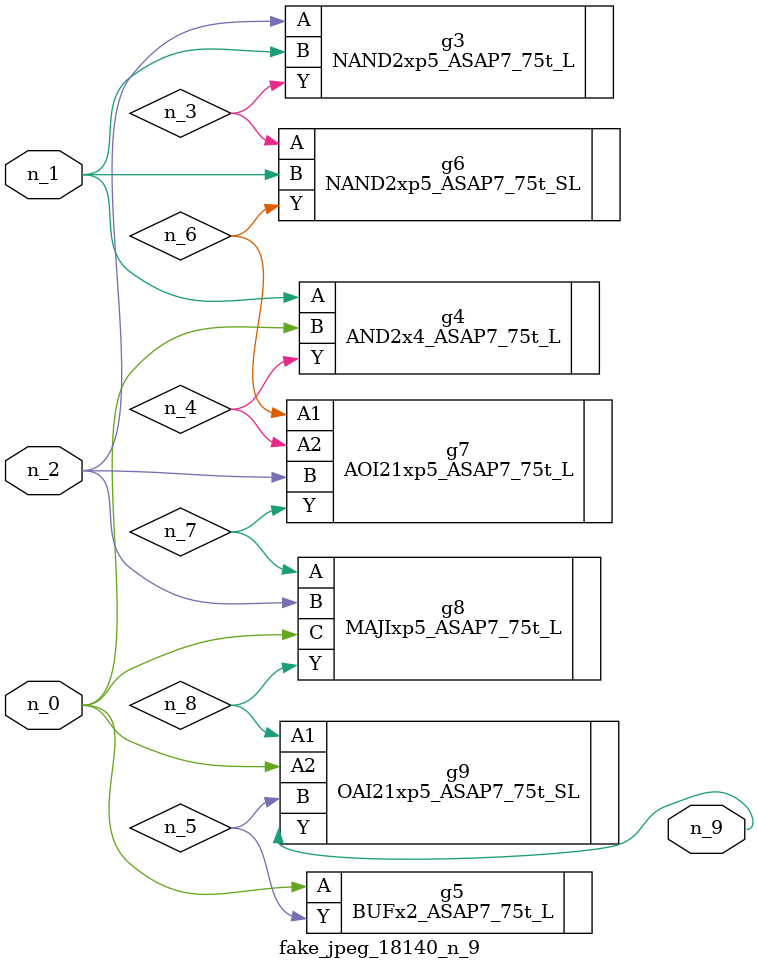
<source format=v>
module fake_jpeg_18140_n_9 (n_0, n_2, n_1, n_9);

input n_0;
input n_2;
input n_1;

output n_9;

wire n_3;
wire n_4;
wire n_8;
wire n_6;
wire n_5;
wire n_7;

NAND2xp5_ASAP7_75t_L g3 ( 
.A(n_2),
.B(n_1),
.Y(n_3)
);

AND2x4_ASAP7_75t_L g4 ( 
.A(n_1),
.B(n_0),
.Y(n_4)
);

BUFx2_ASAP7_75t_L g5 ( 
.A(n_0),
.Y(n_5)
);

NAND2xp5_ASAP7_75t_SL g6 ( 
.A(n_3),
.B(n_1),
.Y(n_6)
);

AOI21xp5_ASAP7_75t_L g7 ( 
.A1(n_6),
.A2(n_4),
.B(n_2),
.Y(n_7)
);

MAJIxp5_ASAP7_75t_L g8 ( 
.A(n_7),
.B(n_2),
.C(n_0),
.Y(n_8)
);

OAI21xp5_ASAP7_75t_SL g9 ( 
.A1(n_8),
.A2(n_0),
.B(n_5),
.Y(n_9)
);


endmodule
</source>
